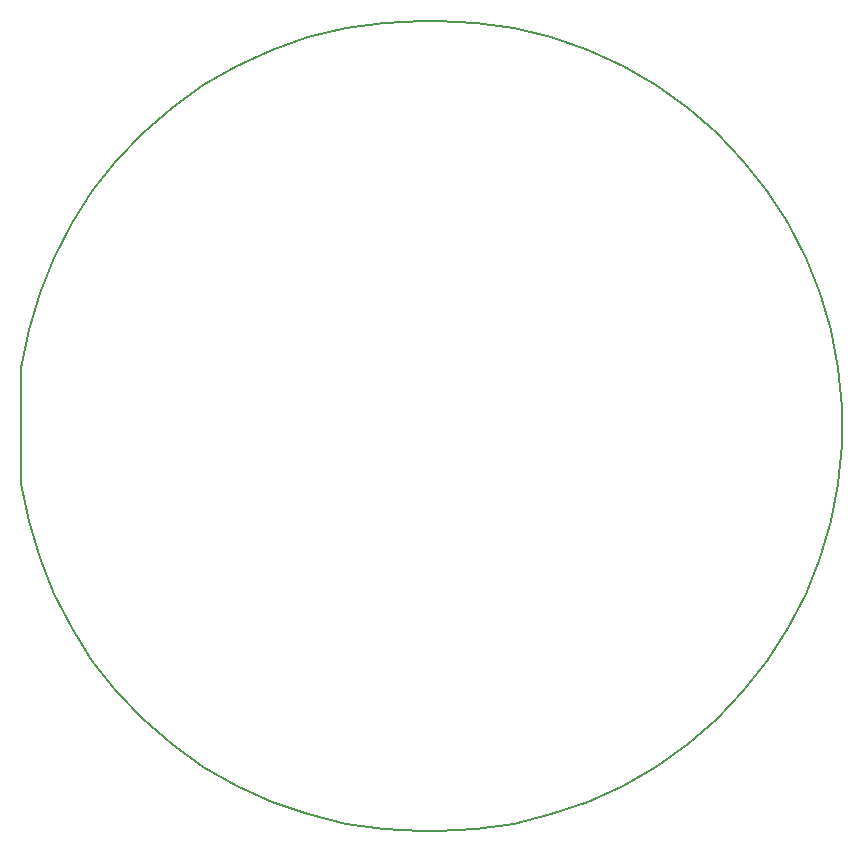
<source format=gbr>
G04 DipTrace 4.2.0.1*
G04 BoardOutline.gbr*
%MOIN*%
G04 #@! TF.FileFunction,Profile*
G04 #@! TF.Part,Single*
%ADD12C,0.005512*%
%FSLAX26Y26*%
G04*
G70*
G90*
G75*
G01*
G04 BoardOutline*
%LPD*%
X1779959Y3093702D2*
D12*
X1908285Y3087589D1*
X2035449Y3069306D1*
X2160298Y3039017D1*
X2281703Y2996999D1*
X2398566Y2943630D1*
X2509824Y2879394D1*
X2614474Y2804874D1*
X2711566Y2720743D1*
X2800220Y2627764D1*
X2879636Y2526778D1*
X2949093Y2418702D1*
X3007962Y2304512D1*
X3055710Y2185244D1*
X3091904Y2061976D1*
X3116218Y1935827D1*
X3128430Y1807938D1*
Y1679466D1*
X3116218Y1551577D1*
X3091906Y1425428D1*
X3055711Y1302160D1*
X3007963Y1182892D1*
X2949094Y1068702D1*
X2879638Y960625D1*
X2800222Y859640D1*
X2711567Y766661D1*
X2614475Y682530D1*
X2509825Y608009D1*
X2398566Y543774D1*
X2281705Y490404D1*
X2160299Y448386D1*
X2035450Y418097D1*
X1908286Y399814D1*
X1779961Y393701D1*
X1729959Y393702D1*
X1601634Y399815D1*
X1474470Y418098D1*
X1349621Y448386D1*
X1228215Y490406D1*
X1111353Y543774D1*
X1000094Y608009D1*
X895445Y682530D1*
X798353Y766661D1*
X709697Y859640D1*
X630282Y960625D1*
X560825Y1068702D1*
X501955Y1182891D1*
X454209Y1302160D1*
X418013Y1425428D1*
X393701Y1551577D1*
Y1935827D1*
X418014Y2061976D1*
X454209Y2185244D1*
X501957Y2304512D1*
X560825Y2418702D1*
X630282Y2526778D1*
X709698Y2627764D1*
X798353Y2720743D1*
X895446Y2804874D1*
X1000096Y2879394D1*
X1111354Y2943630D1*
X1228217Y2996999D1*
X1349622Y3039017D1*
X1474471Y3069304D1*
X1601635Y3087588D1*
X1729961Y3093701D1*
X1779959Y3093702D1*
M02*

</source>
